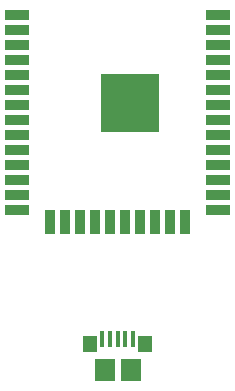
<source format=gbr>
G04 #@! TF.GenerationSoftware,KiCad,Pcbnew,(5.1.10)-1*
G04 #@! TF.CreationDate,2021-11-02T11:53:18+09:00*
G04 #@! TF.ProjectId,fishsensor,66697368-7365-46e7-936f-722e6b696361,rev?*
G04 #@! TF.SameCoordinates,Original*
G04 #@! TF.FileFunction,Paste,Bot*
G04 #@! TF.FilePolarity,Positive*
%FSLAX46Y46*%
G04 Gerber Fmt 4.6, Leading zero omitted, Abs format (unit mm)*
G04 Created by KiCad (PCBNEW (5.1.10)-1) date 2021-11-02 11:53:18*
%MOMM*%
%LPD*%
G01*
G04 APERTURE LIST*
%ADD10R,1.150000X1.450000*%
%ADD11R,1.750000X1.900000*%
%ADD12R,0.400000X1.400000*%
%ADD13R,2.000000X0.900000*%
%ADD14R,0.900000X2.000000*%
%ADD15R,5.000000X5.000000*%
G04 APERTURE END LIST*
D10*
X12320000Y-35320000D03*
X7680000Y-35320000D03*
D11*
X11125000Y-37550000D03*
D12*
X10000000Y-34900000D03*
X9350000Y-34900000D03*
X8700000Y-34900000D03*
X11300000Y-34900000D03*
X10650000Y-34900000D03*
D11*
X8875000Y-37550000D03*
D13*
X1500000Y-7445000D03*
X1500000Y-8715000D03*
X1500000Y-9985000D03*
X1500000Y-11255000D03*
X1500000Y-12525000D03*
X1500000Y-13795000D03*
X1500000Y-15065000D03*
X1500000Y-16335000D03*
X1500000Y-17605000D03*
X1500000Y-18875000D03*
X1500000Y-20145000D03*
X1500000Y-21415000D03*
X1500000Y-22685000D03*
X1500000Y-23955000D03*
D14*
X4285000Y-24955000D03*
X5555000Y-24955000D03*
X6825000Y-24955000D03*
X8095000Y-24955000D03*
X9365000Y-24955000D03*
X10635000Y-24955000D03*
X11905000Y-24955000D03*
X13175000Y-24955000D03*
X14445000Y-24955000D03*
X15715000Y-24955000D03*
D13*
X18500000Y-23955000D03*
X18500000Y-22685000D03*
X18500000Y-21415000D03*
X18500000Y-20145000D03*
X18500000Y-18875000D03*
X18500000Y-17605000D03*
X18500000Y-16335000D03*
X18500000Y-15065000D03*
X18500000Y-13795000D03*
X18500000Y-12525000D03*
X18500000Y-11255000D03*
X18500000Y-9985000D03*
X18500000Y-8715000D03*
X18500000Y-7445000D03*
D15*
X11000000Y-14945000D03*
M02*

</source>
